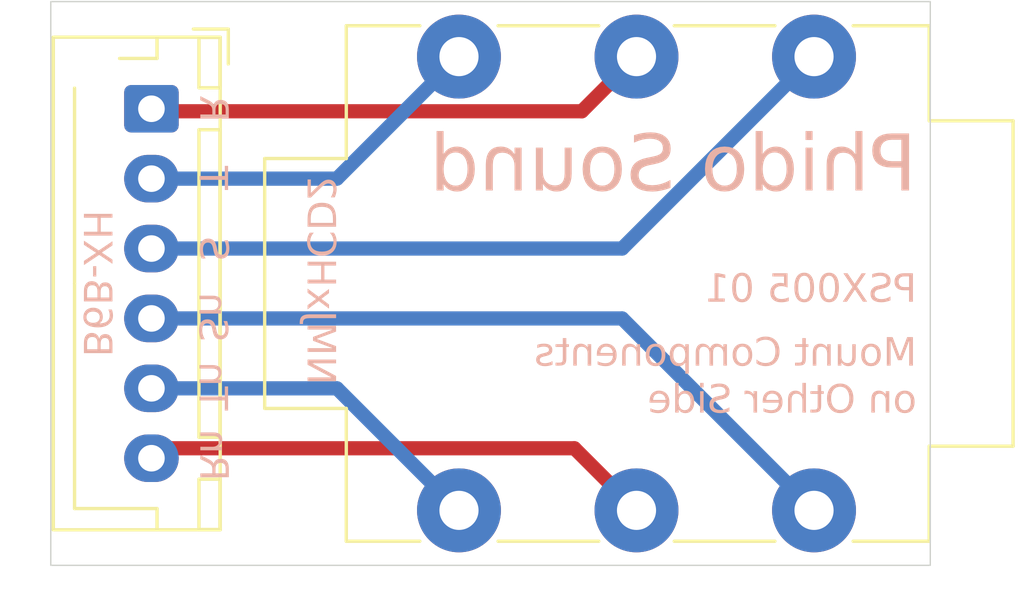
<source format=kicad_pcb>
(kicad_pcb (version 20241229) (generator "pcbnew") (generator_version "9.0")
  (layers (0 "F.Cu" signal) (2 "B.Cu" signal) (13 "F.Paste" user) (15 "B.Paste" user) (5 "F.SilkS" user "F.Silkscreen") (7 "B.SilkS" user "B.Silkscreen") (1 "F.Mask" user) (3 "B.Mask" user) (25 "Edge.Cuts" user))
  (net 0 "")
  (net 1 "Net-(J1-Pin_4)")
  (net 2 "Net-(J1-Pin_6)")
  (net 3 "Net-(J1-Pin_2)")
  (net 4 "Net-(J1-Pin_1)")
  (net 5 "Net-(J1-Pin_5)")
  (net 6 "Net-(J1-Pin_3)")
  (footprint "Connector_JST:JST_XH_B6B-XH-AM_1x06_P2.50mm_Vertical" (layer "F.Cu") (at 99 65.865 -90)
    (property "Reference" "B6B-XH" (at 6.25 2 270) (layer "B.SilkS") (effects (justify mirror)))
    (property "Value" "Conn_01x06_Socket")
    (fp_line (start -2.56 3.51) (end 15.06 3.51) (stroke (width 0.12)) (layer "F.SilkS"))
    (fp_line (start 15.06 3.51) (end 15.06 -2.46) (stroke (width 0.12)) (layer "F.SilkS"))
    (fp_line (start 6.25 2.75) (end -0.74 2.75) (stroke (width 0.12)) (layer "F.SilkS"))
    (fp_line (start 14.3 2.75) (end 6.25 2.75) (stroke (width 0.12)) (layer "F.SilkS"))
    (fp_line (start -2.55 -0.2) (end -1.8 -0.2) (stroke (width 0.12)) (layer "F.SilkS"))
    (fp_line (start -1.8 -0.2) (end -1.8 1.14) (stroke (width 0.12)) (layer "F.SilkS"))
    (fp_line (start 14.3 -0.2) (end 14.3 2.75) (stroke (width 0.12)) (layer "F.SilkS"))
    (fp_line (start 15.05 -0.2) (end 14.3 -0.2) (stroke (width 0.12)) (layer "F.SilkS"))
    (fp_line (start -2.55 -1.7) (end -0.75 -1.7) (stroke (width 0.12)) (layer "F.SilkS"))
    (fp_line (start -0.75 -1.7) (end -0.75 -2.45) (stroke (width 0.12)) (layer "F.SilkS"))
    (fp_line (start 0.75 -1.7) (end 11.75 -1.7) (stroke (width 0.12)) (layer "F.SilkS"))
    (fp_line (start 11.75 -1.7) (end 11.75 -2.45) (stroke (width 0.12)) (layer "F.SilkS"))
    (fp_line (start 13.25 -1.7) (end 15.05 -1.7) (stroke (width 0.12)) (layer "F.SilkS"))
    (fp_line (start 15.05 -1.7) (end 15.05 -2.45) (stroke (width 0.12)) (layer "F.SilkS"))
    (fp_line (start -2.55 -2.45) (end -2.55 -1.7) (stroke (width 0.12)) (layer "F.SilkS"))
    (fp_line (start -0.75 -2.45) (end -2.55 -2.45) (stroke (width 0.12)) (layer "F.SilkS"))
    (fp_line (start 0.75 -2.45) (end 0.75 -1.7) (stroke (width 0.12)) (layer "F.SilkS"))
    (fp_line (start 11.75 -2.45) (end 0.75 -2.45) (stroke (width 0.12)) (layer "F.SilkS"))
    (fp_line (start 13.25 -2.45) (end 13.25 -1.7) (stroke (width 0.12)) (layer "F.SilkS"))
    (fp_line (start 15.05 -2.45) (end 13.25 -2.45) (stroke (width 0.12)) (layer "F.SilkS"))
    (fp_line (start -2.56 -2.46) (end -2.56 3.51) (stroke (width 0.12)) (layer "F.SilkS"))
    (fp_line (start 15.06 -2.46) (end -2.56 -2.46) (stroke (width 0.12)) (layer "F.SilkS"))
    (fp_line (start -2.85 -2.75) (end -2.85 -1.5) (stroke (width 0.12)) (layer "F.SilkS"))
    (fp_line (start -1.6 -2.75) (end -2.85 -2.75) (stroke (width 0.12)) (layer "F.SilkS"))
    (pad "" np_thru_hole circle (at -1.6 2 270) (size 1.2 1.2) (drill 1.2) (layers "*.Cu" "*.Mask"))
    (pad "1" thru_hole roundrect (at 0 0 270) (size 1.7 1.95) (drill 0.95) (layers "*.Cu" "*.Mask") (roundrect_rratio 0.147059) (net 4 "Net-(J1-Pin_1)"))
    (pad "2" thru_hole oval (at 2.5 0 270) (size 1.7 1.95) (drill 0.95) (layers "*.Cu" "*.Mask") (net 3 "Net-(J1-Pin_2)"))
    (pad "3" thru_hole oval (at 5 0 270) (size 1.7 1.95) (drill 0.95) (layers "*.Cu" "*.Mask") (net 6 "Net-(J1-Pin_3)"))
    (pad "4" thru_hole oval (at 7.5 0 270) (size 1.7 1.95) (drill 0.95) (layers "*.Cu" "*.Mask") (net 1 "Net-(J1-Pin_4)"))
    (pad "5" thru_hole oval (at 10 0 270) (size 1.7 1.95) (drill 0.95) (layers "*.Cu" "*.Mask") (net 5 "Net-(J1-Pin_5)"))
    (pad "6" thru_hole oval (at 12.5 0 270) (size 1.7 1.95) (drill 0.95) (layers "*.Cu" "*.Mask") (net 2 "Net-(J1-Pin_6)"))
  )
  (footprint "Connector_Audio:Jack_6.35mm_Neutrik_NMJ6HCD2_Horizontal" (layer "F.Cu") (at 110 64)
    (property "Reference" "NMJxHCD2" (at -5 8 270) (layer "B.SilkS") (effects (justify mirror)))
    (property "Value" "NMJ6HCD2")
    (fp_line (start -6.95 3.645) (end -4.03 3.645) (stroke (width 0.12)) (layer "F.SilkS"))
    (fp_line (start -6.95 12.545) (end -6.95 3.645) (stroke (width 0.12)) (layer "F.SilkS"))
    (fp_line (start -6.95 12.585) (end -4.03 12.585) (stroke (width 0.12)) (layer "F.SilkS"))
    (fp_line (start -4.03 -1.105) (end -1.4 -1.105) (stroke (width 0.12)) (layer "F.SilkS"))
    (fp_line (start -4.03 3.645) (end -4.03 -1.105) (stroke (width 0.12)) (layer "F.SilkS"))
    (fp_line (start -4.03 17.335) (end -4.03 12.585) (stroke (width 0.12)) (layer "F.SilkS"))
    (fp_line (start -1.4 17.335) (end -4.03 17.335) (stroke (width 0.12)) (layer "F.SilkS"))
    (fp_line (start 1.4 -1.105) (end 5 -1.105) (stroke (width 0.12)) (layer "F.SilkS"))
    (fp_line (start 5 17.335) (end 1.4 17.335) (stroke (width 0.12)) (layer "F.SilkS"))
    (fp_line (start 7.7 -1.105) (end 11.3 -1.105) (stroke (width 0.12)) (layer "F.SilkS"))
    (fp_line (start 11.3 17.335) (end 7.7 17.335) (stroke (width 0.12)) (layer "F.SilkS"))
    (fp_line (start 16.82 -1.105) (end 14.1 -1.105) (stroke (width 0.12)) (layer "F.SilkS"))
    (fp_line (start 16.82 2.295) (end 16.82 -1.105) (stroke (width 0.12)) (layer "F.SilkS"))
    (fp_line (start 16.82 2.295) (end 19.82 2.295) (stroke (width 0.12)) (layer "F.SilkS"))
    (fp_line (start 16.82 13.935) (end 19.82 13.935) (stroke (width 0.12)) (layer "F.SilkS"))
    (fp_line (start 16.82 17.335) (end 14.1 17.335) (stroke (width 0.12)) (layer "F.SilkS"))
    (fp_line (start 16.82 17.335) (end 16.82 13.935) (stroke (width 0.12)) (layer "F.SilkS"))
    (fp_line (start 19.82 13.935) (end 19.82 2.295) (stroke (width 0.12)) (layer "F.SilkS"))
    (pad "R" thru_hole circle (at 6.35 0) (size 3 3) (drill 1.4) (layers "*.Cu" "*.Mask") (net 4 "Net-(J1-Pin_1)"))
    (pad "RN" thru_hole circle (at 6.35 16.23) (size 3 3) (drill 1.4) (layers "*.Cu" "*.Mask") (net 2 "Net-(J1-Pin_6)"))
    (pad "S" thru_hole circle (at 12.7 0) (size 3 3) (drill 1.4) (layers "*.Cu" "*.Mask") (net 6 "Net-(J1-Pin_3)"))
    (pad "SN" thru_hole circle (at 12.7 16.23) (size 3 3) (drill 1.4) (layers "*.Cu" "*.Mask") (net 1 "Net-(J1-Pin_4)"))
    (pad "T" thru_hole circle (at 0 0) (size 3 3) (drill 1.4) (layers "*.Cu" "*.Mask") (net 3 "Net-(J1-Pin_2)"))
    (pad "TN" thru_hole circle (at 0 16.23) (size 3 3) (drill 1.4) (layers "*.Cu" "*.Mask") (net 5 "Net-(J1-Pin_5)"))
  )
  (gr_rect (start 95.4 62.032116) (end 126.858004 82.19603) (stroke (width 0.05)) (fill no) (layer "Edge.Cuts"))
  (gr_text "Tn" (at 100.551621 76.65537 270) (layer "B.SilkS") (effects (font (size 1 1) (thickness 0.1)) (justify left bottom mirror)))
  (gr_text "Mount Components\non Other Side" (at 126.373846 75.477805 0) (layer "B.SilkS") (effects (font (size 1 1)) (justify left mirror)))
  (gr_text "S" (at 100.578067 71.318315 270) (layer "B.SilkS") (effects (font (size 1 1) (thickness 0.1)) (justify left bottom mirror)))
  (gr_text "T" (at 100.551621 68.766535 270) (layer "B.SilkS") (effects (font (size 1 1) (thickness 0.1)) (justify left bottom mirror)))
  (gr_text "R" (at 100.578067 66.344204 270) (layer "B.SilkS") (effects (font (size 1 1) (thickness 0.1)) (justify left bottom mirror)))
  (gr_text "Phido Sound" (at 126.373846 69.127805 0) (layer "B.SilkS") (effects (font (size 2 2)) (justify left bottom mirror)))
  (gr_text "PSX005 01" (at 126.373846 72.937805 0) (layer "B.SilkS") (effects (font (size 1 1) (thickness 0.1)) (justify left bottom mirror)))
  (gr_text "Sn" (at 100.551621 74.207149 270) (layer "B.SilkS") (effects (font (size 1 1) (thickness 0.1)) (justify left bottom mirror)))
  (gr_text "Rn" (at 100.578067 79.18126 270) (layer "B.SilkS") (effects (font (size 1 1) (thickness 0.1)) (justify left bottom mirror)))
  (segment (start 122.7 80.23) (end 115.835 73.365) (width 0.508) (layer "B.Cu") (net 1))
  (segment (start 115.835 73.365) (end 99 73.365) (width 0.508) (layer "B.Cu") (net 1))
  (segment (start 116.35 80.23) (end 114.129251 78.009251) (width 0.508) (layer "F.Cu") (net 2))
  (segment (start 99.355749 78.009251) (end 99 78.365) (width 0.508) (layer "F.Cu") (net 2))
  (segment (start 114.129251 78.009251) (end 99.355749 78.009251) (width 0.508) (layer "F.Cu") (net 2))
  (segment (start 110 64) (end 105.635 68.365) (width 0.508) (layer "B.Cu") (net 3))
  (segment (start 105.635 68.365) (end 99 68.365) (width 0.508) (layer "B.Cu") (net 3))
  (segment (start 116.35 64) (end 114.395 65.955) (width 0.508) (layer "F.Cu") (net 4))
  (segment (start 99.09 65.955) (end 99 65.865) (width 0.508) (layer "F.Cu") (net 4))
  (segment (start 114.395 65.955) (end 99.09 65.955) (width 0.508) (layer "F.Cu") (net 4))
  (segment (start 110 80.23) (end 105.635 75.865) (width 0.508) (layer "B.Cu") (net 5))
  (segment (start 105.635 75.865) (end 99 75.865) (width 0.508) (layer "B.Cu") (net 5))
  (segment (start 122.7 64) (end 115.835 70.865) (width 0.508) (layer "B.Cu") (net 6))
  (segment (start 115.835 70.865) (end 99 70.865) (width 0.508) (layer "B.Cu") (net 6))
)
</source>
